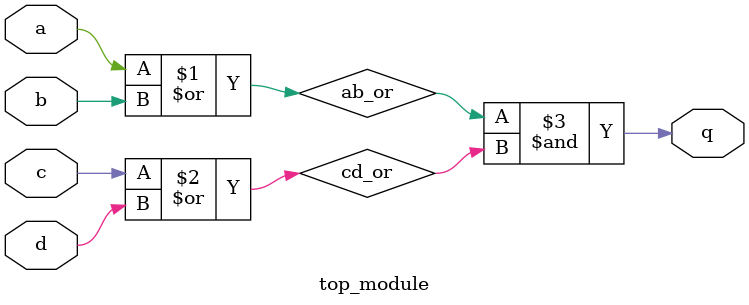
<source format=sv>
module top_module (
    input a, 
    input b, 
    input c, 
    input d,
    output wire q
);
  wire ab_or, cd_or;
  
  assign ab_or = a | b;
  assign cd_or = c | d;
  assign q = ab_or & cd_or;
endmodule

</source>
